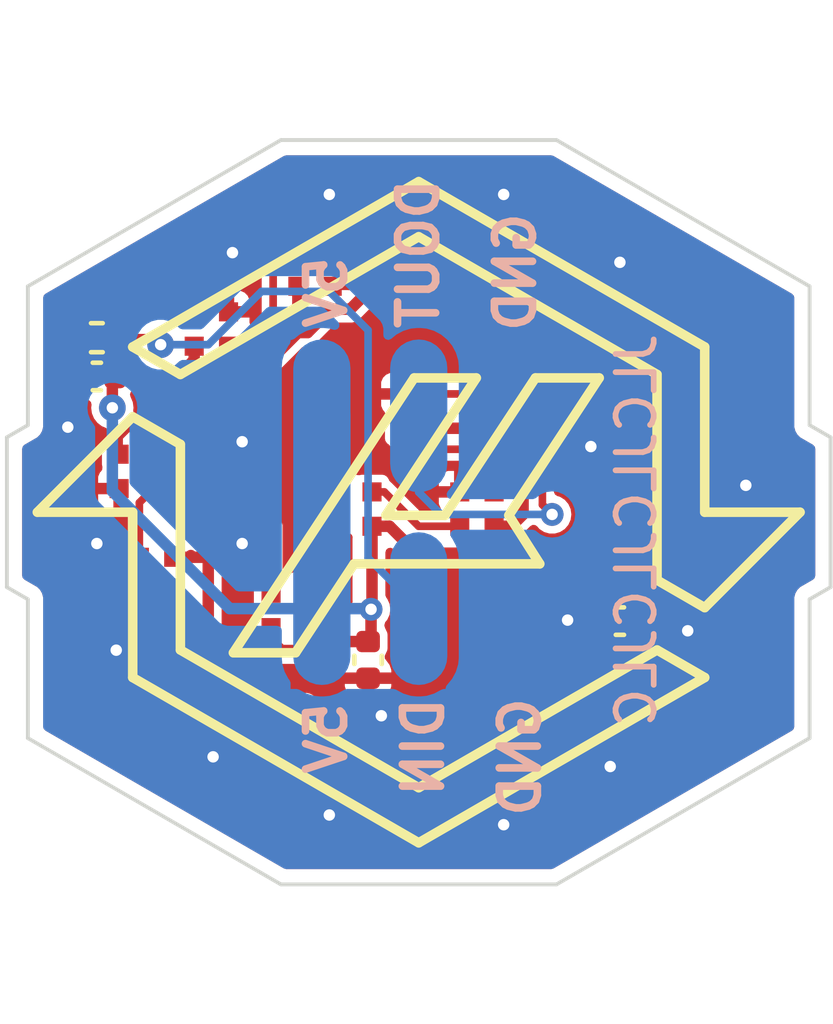
<source format=kicad_pcb>
(kicad_pcb (version 20240108) (generator "pcbnew") (generator_version "8.0")
  (layers (0 "F.Cu" signal) (31 "B.Cu" signal) (34 "B.Paste" user) (35 "F.Paste" user) (36 "B.SilkS" user "B.Silkscreen") (37 "F.SilkS" user "F.Silkscreen") (38 "B.Mask" user) (39 "F.Mask" user) (44 "Edge.Cuts" user))
  (net 0 "")
  (net 1 "+5V")
  (net 2 "GND")
  (net 3 "Net-(D1-DIN)")
  (net 4 "Net-(D1-DOUT)")
  (net 5 "Net-(D2-DOUT)")
  (net 6 "Net-(D3-DOUT)")
  (net 7 "Net-(D4-DOUT)")
  (net 8 "Net-(D5-DOUT)")
  (net 9 "DOUT")
  (net 10 "Net-(D6-DOUT)")
  (net 11 "Net-(D7-DOUT)")
  (net 12 "Net-(D8-DOUT)")
  (net 13 "Net-(D10-DIN)")
  (net 14 "Net-(D10-DOUT)")
  (net 15 "Net-(D11-DOUT)")
  (net 16 "Net-(D12-DOUT)")
  (net 17 "Net-(D13-DOUT)")
  (net 18 "Net-(D14-DOUT)")
  (net 19 "Net-(D15-DOUT)")
  (net 20 "Net-(D16-DOUT)")
  (net 21 "Net-(D17-DOUT)")
  (net 22 "Net-(D18-DOUT)")
  (net 23 "DIN")
  (footprint "SK6805-EC15:SK6805-EC15" (layer "F.Cu") (at 152.204 93.349434 -90)
    (property "Reference" "D3" (hide yes))
    (property "Value" "SK6805-EC15")
    (pad "1" smd rect (at -0.45 0.45) (size 0.5 0.5) (layers "F.Cu" "F.Paste" "F.Mask") (net 5 "Net-(D2-DOUT)"))
    (pad "2" smd rect (at 0.45 0.45) (size 0.5 0.5) (layers "F.Cu" "F.Paste" "F.Mask") (net 1 "+5V"))
    (pad "3" smd rect (at 0.45 -0.45) (size 0.5 0.5) (layers "F.Cu" "F.Paste" "F.Mask") (net 6 "Net-(D3-DOUT)"))
    (pad "4" smd rect (at -0.45 -0.45) (size 0.5 0.5) (layers "F.Cu" "F.Paste" "F.Mask") (net 2 "GND"))
  )
  (footprint "SK6805-EC15:SK6805-EC15" (layer "F.Cu") (at 149.48525 94.919105 -90)
    (property "Reference" "D2" (hide yes))
    (property "Value" "SK6805-EC15")
    (pad "1" smd rect (at -0.45 0.45) (size 0.5 0.5) (layers "F.Cu" "F.Paste" "F.Mask") (net 4 "Net-(D1-DOUT)"))
    (pad "2" smd rect (at 0.45 0.45) (size 0.5 0.5) (layers "F.Cu" "F.Paste" "F.Mask") (net 1 "+5V"))
    (pad "3" smd rect (at 0.45 -0.45) (size 0.5 0.5) (layers "F.Cu" "F.Paste" "F.Mask") (net 5 "Net-(D2-DOUT)"))
    (pad "4" smd rect (at -0.45 -0.45) (size 0.5 0.5) (layers "F.Cu" "F.Paste" "F.Mask") (net 2 "GND"))
  )
  (footprint "SK6805-EC15:SK6805-EC15" (layer "F.Cu") (at 158.17275 96.795493 -90)
    (property "Reference" "D5" (hide yes))
    (property "Value" "SK6805-EC15")
    (pad "1" smd rect (at -0.45 0.45) (size 0.5 0.5) (layers "F.Cu" "F.Paste" "F.Mask") (net 7 "Net-(D4-DOUT)"))
    (pad "2" smd rect (at 0.45 0.45) (size 0.5 0.5) (layers "F.Cu" "F.Paste" "F.Mask") (net 1 "+5V"))
    (pad "3" smd rect (at 0.45 -0.45) (size 0.5 0.5) (layers "F.Cu" "F.Paste" "F.Mask") (net 8 "Net-(D5-DOUT)"))
    (pad "4" smd rect (at -0.45 -0.45) (size 0.5 0.5) (layers "F.Cu" "F.Paste" "F.Mask") (net 2 "GND"))
  )
  (footprint "SK6805-EC15:SK6805-EC15" (layer "F.Cu") (at 148.781837 103.860522 -90)
    (property "Reference" "D15" (hide yes))
    (property "Value" "SK6805-EC15")
    (pad "1" smd rect (at -0.45 0.45) (size 0.5 0.5) (layers "F.Cu" "F.Paste" "F.Mask") (net 18 "Net-(D14-DOUT)"))
    (pad "2" smd rect (at 0.45 0.45) (size 0.5 0.5) (layers "F.Cu" "F.Paste" "F.Mask") (net 1 "+5V"))
    (pad "3" smd rect (at 0.45 -0.45) (size 0.5 0.5) (layers "F.Cu" "F.Paste" "F.Mask") (net 19 "Net-(D15-DOUT)"))
    (pad "4" smd rect (at -0.45 -0.45) (size 0.5 0.5) (layers "F.Cu" "F.Paste" "F.Mask") (net 2 "GND"))
  )
  (footprint "SK6805-EC15:SK6805-EC15" (layer "F.Cu") (at 146.7665 96.488776 -90)
    (property "Reference" "D1" (hide yes))
    (property "Value" "SK6805-EC15")
    (pad "1" smd rect (at -0.45 0.45) (size 0.5 0.5) (layers "F.Cu" "F.Paste" "F.Mask") (net 3 "Net-(D1-DIN)"))
    (pad "2" smd rect (at 0.45 0.45) (size 0.5 0.5) (layers "F.Cu" "F.Paste" "F.Mask") (net 1 "+5V"))
    (pad "3" smd rect (at 0.45 -0.45) (size 0.5 0.5) (layers "F.Cu" "F.Paste" "F.Mask") (net 4 "Net-(D1-DOUT)"))
    (pad "4" smd rect (at -0.45 -0.45) (size 0.5 0.5) (layers "F.Cu" "F.Paste" "F.Mask") (net 2 "GND"))
  )
  (footprint "SK6805-EC15:SK6805-EC15" (layer "F.Cu") (at 152.204 109.226566 90)
    (property "Reference" "D10" (hide yes))
    (property "Value" "SK6805-EC15")
    (pad "1" smd rect (at -0.45 0.45 180) (size 0.5 0.5) (layers "F.Cu" "F.Paste" "F.Mask") (net 13 "Net-(D10-DIN)"))
    (pad "2" smd rect (at 0.45 0.45 180) (size 0.5 0.5) (layers "F.Cu" "F.Paste" "F.Mask") (net 1 "+5V"))
    (pad "3" smd rect (at 0.45 -0.45 180) (size 0.5 0.5) (layers "F.Cu" "F.Paste" "F.Mask") (net 14 "Net-(D10-DOUT)"))
    (pad "4" smd rect (at -0.45 -0.45 180) (size 0.5 0.5) (layers "F.Cu" "F.Paste" "F.Mask") (net 2 "GND"))
  )
  (footprint "SK6805-EC15:SK6805-EC15" (layer "F.Cu") (at 145.329 102.918274 90)
    (property "Reference" "D13" (hide yes))
    (property "Value" "SK6805-EC15")
    (pad "1" smd rect (at -0.45 0.45 180) (size 0.5 0.5) (layers "F.Cu" "F.Paste" "F.Mask") (net 16 "Net-(D12-DOUT)"))
    (pad "2" smd rect (at 0.45 0.45 180) (size 0.5 0.5) (layers "F.Cu" "F.Paste" "F.Mask") (net 1 "+5V"))
    (pad "3" smd rect (at 0.45 -0.45 180) (size 0.5 0.5) (layers "F.Cu" "F.Paste" "F.Mask") (net 17 "Net-(D13-DOUT)"))
    (pad "4" smd rect (at -0.45 -0.45 180) (size 0.5 0.5) (layers "F.Cu" "F.Paste" "F.Mask") (net 2 "GND"))
  )
  (footprint "SK6805-EC15:SK6805-EC15" (layer "F.Cu") (at 144.79775 100.218422 90)
    (property "Reference" "D14" (hide yes))
    (property "Value" "SK6805-EC15")
    (pad "1" smd rect (at -0.45 0.45 180) (size 0.5 0.5) (layers "F.Cu" "F.Paste" "F.Mask") (net 17 "Net-(D13-DOUT)"))
    (pad "2" smd rect (at 0.45 0.45 180) (size 0.5 0.5) (layers "F.Cu" "F.Paste" "F.Mask") (net 1 "+5V"))
    (pad "3" smd rect (at 0.45 -0.45 180) (size 0.5 0.5) (layers "F.Cu" "F.Paste" "F.Mask") (net 18 "Net-(D14-DOUT)"))
    (pad "4" smd rect (at -0.45 -0.45 180) (size 0.5 0.5) (layers "F.Cu" "F.Paste" "F.Mask") (net 2 "GND"))
  )
  (footprint "SK6805-EC15:SK6805-EC15" (layer "F.Cu") (at 146.23525 105.780507 90)
    (property "Reference" "D12" (hide yes))
    (property "Value" "SK6805-EC15")
    (pad "1" smd rect (at -0.45 0.45 180) (size 0.5 0.5) (layers "F.Cu" "F.Paste" "F.Mask") (net 15 "Net-(D11-DOUT)"))
    (pad "2" smd rect (at 0.45 0.45 180) (size 0.5 0.5) (layers "F.Cu" "F.Paste" "F.Mask") (net 1 "+5V"))
    (pad "3" smd rect (at 0.45 -0.45 180) (size 0.5 0.5) (layers "F.Cu" "F.Paste" "F.Mask") (net 16 "Net-(D12-DOUT)"))
    (pad "4" smd rect (at -0.45 -0.45 180) (size 0.5 0.5) (layers "F.Cu" "F.Paste" "F.Mask") (net 2 "GND"))
  )
  (footprint "SK6805-EC15:SK6805-EC15" (layer "F.Cu") (at 159.61025 102.357578 -90)
    (property "Reference" "D7" (hide yes))
    (property "Value" "SK6805-EC15")
    (pad "1" smd rect (at -0.45 0.45) (size 0.5 0.5) (layers "F.Cu" "F.Paste" "F.Mask") (net 10 "Net-(D6-DOUT)"))
    (pad "2" smd rect (at 0.45 0.45) (size 0.5 0.5) (layers "F.Cu" "F.Paste" "F.Mask") (net 1 "+5V"))
    (pad "3" smd rect (at 0.45 -0.45) (size 0.5 0.5) (layers "F.Cu" "F.Paste" "F.Mask") (net 11 "Net-(D7-DOUT)"))
    (pad "4" smd rect (at -0.45 -0.45) (size 0.5 0.5) (layers "F.Cu" "F.Paste" "F.Mask") (net 2 "GND"))
  )
  (footprint "Resistor_SMD:R_0402_1005Metric" (layer "F.Cu") (at 143.764 96.716 180)
    (property "Reference" "R1" (hide yes))
    (property "Value" "470R")
    (fp_line (start -0.153641 0.38) (end 0.153641 0.38) (stroke (width 0.12)) (layer "F.SilkS"))
    (fp_line (start -0.153641 -0.38) (end 0.153641 -0.38) (stroke (width 0.12)) (layer "F.SilkS"))
    (pad "1" smd roundrect (at -0.51 0 180) (size 0.54 0.64) (layers "F.Cu" "F.Paste" "F.Mask") (net 3 "Net-(D1-DIN)"))
    (pad "2" smd roundrect (at 0.51 0 180) (size 0.54 0.64) (layers "F.Cu" "F.Paste" "F.Mask") (net 23 "DIN"))
  )
  (footprint "SK6805-EC15:SK6805-EC15" (layer "F.Cu") (at 154.92275 107.656895 90)
    (property "Reference" "D9" (hide yes))
    (property "Value" "SK6805-EC15")
    (pad "1" smd rect (at -0.45 0.45 180) (size 0.5 0.5) (layers "F.Cu" "F.Paste" "F.Mask") (net 12 "Net-(D8-DOUT)"))
    (pad "2" smd rect (at 0.45 0.45 180) (size 0.5 0.5) (layers "F.Cu" "F.Paste" "F.Mask") (net 1 "+5V"))
    (pad "3" smd rect (at 0.45 -0.45 180) (size 0.5 0.5) (layers "F.Cu" "F.Paste" "F.Mask") (net 13 "Net-(D10-DIN)"))
    (pad "4" smd rect (at -0.45 -0.45 180) (size 0.5 0.5) (layers "F.Cu" "F.Paste" "F.Mask") (net 2 "GND"))
  )
  (footprint "SK6805-EC15:SK6805-EC15" (layer "F.Cu") (at 153.730664 101.206005)
    (property "Reference" "D17" (hide yes))
    (property "Value" "SK6805-EC15")
    (pad "1" smd rect (at -0.45 0.45 90) (size 0.5 0.5) (layers "F.Cu" "F.Paste" "F.Mask") (net 20 "Net-(D16-DOUT)"))
    (pad "2" smd rect (at 0.45 0.45 90) (size 0.5 0.5) (layers "F.Cu" "F.Paste" "F.Mask") (net 1 "+5V"))
    (pad "3" smd rect (at 0.45 -0.45 90) (size 0.5 0.5) (layers "F.Cu" "F.Paste" "F.Mask") (net 21 "Net-(D17-DOUT)"))
    (pad "4" smd rect (at -0.45 -0.45 90) (size 0.5 0.5) (layers "F.Cu" "F.Paste" "F.Mask") (net 2 "GND"))
  )
  (footprint "Capacitor_SMD:C_0402_1005Metric" (layer "F.Cu") (at 143.764 97.732)
    (property "Reference" "C1" (hide yes))
    (property "Value" "100nF")
    (fp_line (start -0.107836 -0.36) (end 0.107836 -0.36) (stroke (width 0.12)) (layer "F.SilkS"))
    (fp_line (start -0.107836 0.36) (end 0.107836 0.36) (stroke (width 0.12)) (layer "F.SilkS"))
    (pad "1" smd roundrect (at -0.48 0) (size 0.56 0.62) (layers "F.Cu" "F.Paste" "F.Mask") (net 2 "GND"))
    (pad "2" smd roundrect (at 0.48 0) (size 0.56 0.62) (layers "F.Cu" "F.Paste" "F.Mask") (net 1 "+5V"))
  )
  (footprint "Capacitor_SMD:C_0402_1005Metric" (layer "F.Cu") (at 157.48 104.14)
    (property "Reference" "C2" (hide yes))
    (property "Value" "100nF")
    (fp_line (start -0.107836 -0.36) (end 0.107836 -0.36) (stroke (width 0.12)) (layer "F.SilkS"))
    (fp_line (start -0.107836 0.36) (end 0.107836 0.36) (stroke (width 0.12)) (layer "F.SilkS"))
    (pad "1" smd roundrect (at -0.48 0) (size 0.56 0.62) (layers "F.Cu" "F.Paste" "F.Mask") (net 2 "GND"))
    (pad "2" smd roundrect (at 0.48 0) (size 0.56 0.62) (layers "F.Cu" "F.Paste" "F.Mask") (net 1 "+5V"))
  )
  (footprint "SK6805-EC15:SK6805-EC15" (layer "F.Cu") (at 150.529357 101.206005)
    (property "Reference" "D16" (hide yes))
    (property "Value" "SK6805-EC15")
    (pad "1" smd rect (at -0.45 0.45 90) (size 0.5 0.5) (layers "F.Cu" "F.Paste" "F.Mask") (net 19 "Net-(D15-DOUT)"))
    (pad "2" smd rect (at 0.45 0.45 90) (size 0.5 0.5) (layers "F.Cu" "F.Paste" "F.Mask") (net 1 "+5V"))
    (pad "3" smd rect (at 0.45 -0.45 90) (size 0.5 0.5) (layers "F.Cu" "F.Paste" "F.Mask") (net 20 "Net-(D16-DOUT)"))
    (pad "4" smd rect (at -0.45 -0.45 90) (size 0.5 0.5) (layers "F.Cu" "F.Paste" "F.Mask") (net 2 "GND"))
  )
  (footprint "SK6805-EC15:SK6805-EC15" (layer "F.Cu") (at 155.329 95.153653 -90)
    (property "Reference" "D4" (hide yes))
    (property "Value" "SK6805-EC15")
    (pad "1" smd rect (at -0.45 0.45) (size 0.5 0.5) (layers "F.Cu" "F.Paste" "F.Mask") (net 6 "Net-(D3-DOUT)"))
    (pad "2" smd rect (at 0.45 0.45) (size 0.5 0.5) (layers "F.Cu" "F.Paste" "F.Mask") (net 1 "+5V"))
    (pad "3" smd rect (at 0.45 -0.45) (size 0.5 0.5) (layers "F.Cu" "F.Paste" "F.Mask") (net 7 "Net-(D4-DOUT)"))
    (pad "4" smd rect (at -0.45 -0.45) (size 0.5 0.5) (layers "F.Cu" "F.Paste" "F.Mask") (net 2 "GND"))
  )
  (footprint "Capacitor_SMD:C_0402_1005Metric" (layer "F.Cu") (at 150.876 105.156 90)
    (property "Reference" "C3" (hide yes))
    (property "Value" "100nF")
    (fp_line (start -0.107836 -0.36) (end 0.107836 -0.36) (stroke (width 0.12)) (layer "F.SilkS"))
    (fp_line (start -0.107836 0.36) (end 0.107836 0.36) (stroke (width 0.12)) (layer "F.SilkS"))
    (pad "1" smd roundrect (at -0.48 0 90) (size 0.56 0.62) (layers "F.Cu" "F.Paste" "F.Mask") (net 2 "GND"))
    (pad "2" smd roundrect (at 0.48 0 90) (size 0.56 0.62) (layers "F.Cu" "F.Paste" "F.Mask") (net 1 "+5V"))
  )
  (footprint "SK6805-EC15:SK6805-EC15" (layer "F.Cu") (at 155.36519 98.639132 -90)
    (property "Reference" "D19" (hide yes))
    (property "Value" "SK6805-EC15")
    (pad "1" smd rect (at -0.45 0.45) (size 0.5 0.5) (layers "F.Cu" "F.Paste" "F.Mask") (net 22 "Net-(D18-DOUT)"))
    (pad "2" smd rect (at 0.45 0.45) (size 0.5 0.5) (layers "F.Cu" "F.Paste" "F.Mask") (net 1 "+5V"))
    (pad "3" smd rect (at 0.45 -0.45) (size 0.5 0.5) (layers "F.Cu" "F.Paste" "F.Mask") (net 9 "DOUT"))
    (pad "4" smd rect (at -0.45 -0.45) (size 0.5 0.5) (layers "F.Cu" "F.Paste" "F.Mask") (net 2 "GND"))
  )
  (footprint "SK6805-EC15:SK6805-EC15" (layer "F.Cu") (at 159.079 99.657726 -90)
    (property "Reference" "D6" (hide yes))
    (property "Value" "SK6805-EC15")
    (pad "1" smd rect (at -0.45 0.45) (size 0.5 0.5) (layers "F.Cu" "F.Paste" "F.Mask") (net 8 "Net-(D5-DOUT)"))
    (pad "2" smd rect (at 0.45 0.45) (size 0.5 0.5) (layers "F.Cu" "F.Paste" "F.Mask") (net 1 "+5V"))
    (pad "3" smd rect (at 0.45 -0.45) (size 0.5 0.5) (layers "F.Cu" "F.Paste" "F.Mask") (net 10 "Net-(D6-DOUT)"))
    (pad "4" smd rect (at -0.45 -0.45) (size 0.5 0.5) (layers "F.Cu" "F.Paste" "F.Mask") (net 2 "GND"))
  )
  (footprint "SK6805-EC15:SK6805-EC15" (layer "F.Cu") (at 149.079 107.422347 90)
    (property "Reference" "D11" (hide yes))
    (property "Value" "SK6805-EC15")
    (pad "1" smd rect (at -0.45 0.45 180) (size 0.5 0.5) (layers "F.Cu" "F.Paste" "F.Mask") (net 14 "Net-(D10-DOUT)"))
    (pad "2" smd rect (at 0.45 0.45 180) (size 0.5 0.5) (layers "F.Cu" "F.Paste" "F.Mask") (net 1 "+5V"))
    (pad "3" smd rect (at 0.45 -0.45 180) (size 0.5 0.5) (layers "F.Cu" "F.Paste" "F.Mask") (net 15 "Net-(D11-DOUT)"))
    (pad "4" smd rect (at -0.45 -0.45 180) (size 0.5 0.5) (layers "F.Cu" "F.Paste" "F.Mask") (net 2 "GND"))
  )
  (footprint "SK6805-EC15:SK6805-EC15" (layer "F.Cu") (at 152.219165 98.639132)
    (property "Reference" "D18" (hide yes))
    (property "Value" "SK6805-EC15")
    (pad "1" smd rect (at -0.45 0.45 90) (size 0.5 0.5) (layers "F.Cu" "F.Paste" "F.Mask") (net 21 "Net-(D17-DOUT)"))
    (pad "2" smd rect (at 0.45 0.45 90) (size 0.5 0.5) (layers "F.Cu" "F.Paste" "F.Mask") (net 1 "+5V"))
    (pad "3" smd rect (at 0.45 -0.45 90) (size 0.5 0.5) (layers "F.Cu" "F.Paste" "F.Mask") (net 22 "Net-(D18-DOUT)"))
    (pad "4" smd rect (at -0.45 -0.45 90) (size 0.5 0.5) (layers "F.Cu" "F.Paste" "F.Mask") (net 2 "GND"))
  )
  (footprint "SK6805-EC15:SK6805-EC15" (layer "F.Cu") (at 157.6415 106.087224 90)
    (property "Reference" "D8" (hide yes))
    (property "Value" "SK6805-EC15")
    (pad "1" smd rect (at -0.45 0.45 180) (size 0.5 0.5) (layers "F.Cu" "F.Paste" "F.Mask") (net 11 "Net-(D7-DOUT)"))
    (pad "2" smd rect (at 0.45 0.45 180) (size 0.5 0.5) (layers "F.Cu" "F.Paste" "F.Mask") (net 1 "+5V"))
    (pad "3" smd rect (at 0.45 -0.45 180) (size 0.5 0.5) (layers "F.Cu" "F.Paste" "F.Mask") (net 12 "Net-(D8-DOUT)"))
    (pad "4" smd rect (at -0.45 -0.45 180) (size 0.5 0.5) (layers "F.Cu" "F.Paste" "F.Mask") (net 2 "GND"))
  )
  (footprint "Connector_PinHeader_2.54mm:PinHeader_2x03_P2.54mm_Vertical_SMD" (layer "B.Cu") (at 152.204 101.288 -90)
    (property "Reference" "J1" (hide yes))
    (property "Value" "Conn_02x03_Counter_Clockwise")
    (pad "1" smd roundrect (at -2.525 2.54 270) (size 4 1.5) (layers "B.Cu" "B.Paste" "B.Mask") (roundrect_rratio 0.5) (net 1 "+5V"))
    (pad "2" smd roundrect (at -2.525 0 270) (size 4 1.5) (layers "B.Cu" "B.Paste" "B.Mask") (roundrect_rratio 0.5) (net 9 "DOUT"))
    (pad "3" smd roundrect (at -2.525 -2.54 270) (size 4 1.5) (layers "B.Cu" "B.Paste" "B.Mask") (roundrect_rratio 0.5) (net 2 "GND"))
    (pad "4" smd roundrect (at 2.525 -2.54 270) (size 4 1.5) (layers "B.Cu" "B.Paste" "B.Mask") (roundrect_rratio 0.5) (net 2 "GND"))
    (pad "5" smd roundrect (at 2.525 0 270) (size 4 1.5) (layers "B.Cu" "B.Paste" "B.Mask") (roundrect_rratio 0.5) (net 23 "DIN"))
    (pad "6" smd roundrect (at 2.525 2.54 270) (size 4 1.5) (layers "B.Cu" "B.Paste" "B.Mask") (roundrect_rratio 0.5) (net 1 "+5V"))
  )
  (gr_line (start 144.704 96.957873) (end 152.204 92.627746) (stroke (width 0.25)) (layer "F.SilkS"))
  (gr_line (start 152.894086 101.370005) (end 151.344098 101.370005) (stroke (width 0.25)) (layer "F.SilkS"))
  (gr_line (start 159.704 96.957873) (end 159.704 101.288) (stroke (width 0.25)) (layer "F.SilkS"))
  (gr_line (start 153.714049 97.769961) (end 152.084568 97.769961) (stroke (width 0.25)) (layer "F.SilkS"))
  (gr_line (start 152.084568 97.769961) (end 147.344626 104.970038) (stroke (width 0.25)) (layer "F.SilkS"))
  (gr_line (start 162.204 101.288) (end 159.704 103.788) (stroke (width 0.25)) (layer "F.SilkS"))
  (gr_line (start 144.704 98.788) (end 145.954 99.509688) (stroke (width 0.25)) (layer "F.SilkS"))
  (gr_line (start 147.344626 104.970038) (end 148.974127 104.970039) (stroke (width 0.25)) (layer "F.SilkS"))
  (gr_line (start 156.937143 97.769961) (end 155.264106 97.769961) (stroke (width 0.25)) (layer "F.SilkS"))
  (gr_line (start 159.704 101.288) (end 162.204 101.288) (stroke (width 0.25)) (layer "F.SilkS"))
  (gr_line (start 144.704 105.618127) (end 144.704 101.288) (stroke (width 0.25)) (layer "F.SilkS"))
  (gr_line (start 158.454 97.679561) (end 152.204 94.071122) (stroke (width 0.25)) (layer "F.SilkS"))
  (gr_line (start 158.454 103.066312) (end 158.454 97.679561) (stroke (width 0.25)) (layer "F.SilkS"))
  (gr_line (start 148.974127 104.970039) (end 150.50756 102.640726) (stroke (width 0.25)) (layer "F.SilkS"))
  (gr_line (start 159.704 105.618127) (end 152.204 109.948254) (stroke (width 0.25)) (layer "F.SilkS"))
  (gr_line (start 145.954 99.509688) (end 145.954 104.896439) (stroke (width 0.25)) (layer "F.SilkS"))
  (gr_line (start 154.567221 101.370005) (end 156.937143 97.769961) (stroke (width 0.25)) (layer "F.SilkS"))
  (gr_line (start 159.704 103.788) (end 158.454 103.066312) (stroke (width 0.25)) (layer "F.SilkS"))
  (gr_line (start 142.204 101.288) (end 144.704 98.788) (stroke (width 0.25)) (layer "F.SilkS"))
  (gr_line (start 145.954 104.896439) (end 152.204 108.504878) (stroke (width 0.25)) (layer "F.SilkS"))
  (gr_line (start 152.204 109.948254) (end 144.704 105.618127) (stroke (width 0.25)) (layer "F.SilkS"))
  (gr_line (start 152.204 94.071122) (end 145.954 97.679561) (stroke (width 0.25)) (layer "F.SilkS"))
  (gr_line (start 152.204 108.504878) (end 158.454 104.896439) (stroke (width 0.25)) (layer "F.SilkS"))
  (gr_line (start 152.204 92.627746) (end 159.704 96.957873) (stroke (width 0.25)) (layer "F.SilkS"))
  (gr_line (start 155.264106 97.769961) (end 152.894086 101.370005) (stroke (width 0.25)) (layer "F.SilkS"))
  (gr_line (start 144.704 101.288) (end 142.204 101.288) (stroke (width 0.25)) (layer "F.SilkS"))
  (gr_line (start 145.954 97.679561) (end 144.704 96.957873) (stroke (width 0.25)) (layer "F.SilkS"))
  (gr_line (start 155.378315 102.640726) (end 154.567221 101.370005) (stroke (width 0.25)) (layer "F.SilkS"))
  (gr_line (start 151.344098 101.370005) (end 153.714049 97.769961) (stroke (width 0.25)) (layer "F.SilkS"))
  (gr_line (start 158.454 104.896439) (end 159.704 105.618127) (stroke (width 0.25)) (layer "F.SilkS"))
  (gr_line (start 150.50756 102.640726) (end 155.378315 102.640726) (stroke (width 0.25)) (layer "F.SilkS"))
  (gr_line (start 162.454 99.007466) (end 162.454 95.37016) (stroke (width 0.1)) (layer "Edge.Cuts"))
  (gr_line (start 148.591495 91.538) (end 141.954 95.37016) (stroke (width 0.1)) (layer "Edge.Cuts"))
  (gr_line (start 141.954 107.20584) (end 148.591495 111.038) (stroke (width 0.1)) (layer "Edge.Cuts"))
  (gr_line (start 162.454 103.568534) (end 163.004 103.250991) (stroke (width 0.1)) (layer "Edge.Cuts"))
  (gr_line (start 141.954 95.37016) (end 141.954 99.007466) (stroke (width 0.1)) (layer "Edge.Cuts"))
  (gr_line (start 155.816505 91.538) (end 148.591495 91.538) (stroke (width 0.1)) (layer "Edge.Cuts"))
  (gr_line (start 141.954 103.568534) (end 141.954 107.20584) (stroke (width 0.1)) (layer "Edge.Cuts"))
  (gr_line (start 141.404 103.250991) (end 141.954 103.568534) (stroke (width 0.1)) (layer "Edge.Cuts"))
  (gr_line (start 141.404 99.325009) (end 141.404 103.250991) (stroke (width 0.1)) (layer "Edge.Cuts"))
  (gr_line (start 163.004 99.325009) (end 162.454 99.007466) (stroke (width 0.1)) (layer "Edge.Cuts"))
  (gr_line (start 163.004 103.250991) (end 163.004 99.325009) (stroke (width 0.1)) (layer "Edge.Cuts"))
  (gr_line (start 162.454 95.37016) (end 155.816505 91.538) (stroke (width 0.1)) (layer "Edge.Cuts"))
  (gr_line (start 155.816505 111.038) (end 162.454 107.20584) (stroke (width 0.1)) (layer "Edge.Cuts"))
  (gr_line (start 148.591495 111.038) (end 155.816505 111.038) (stroke (width 0.1)) (layer "Edge.Cuts"))
  (gr_line (start 141.954 99.007466) (end 141.404 99.325009) (stroke (width 0.1)) (layer "Edge.Cuts"))
  (gr_line (start 162.454 107.20584) (end 162.454 103.568534) (stroke (width 0.1)) (layer "Edge.Cuts"))
  (gr_text "DIN" (at 152.908 106.045 90) (layer "B.SilkS") (effects (font (size 1 1) (thickness 0.2) (bold yes)) (justify left bottom mirror)))
  (gr_text "JLCJLCJLCJLC" (at 158.496 96.52 90) (layer "B.SilkS") (effects (font (size 1 1)) (justify left bottom mirror)))
  (gr_text "5V" (at 150.368 106.172 90) (layer "B.SilkS") (effects (font (size 1 1) (thickness 0.2) (bold yes)) (justify left bottom mirror)))
  (gr_text "GND" (at 155.448 106.045 90) (layer "B.SilkS") (effects (font (size 1 1) (thickness 0.2) (bold yes)) (justify left bottom mirror)))
  (gr_text "GND" (at 155.321 93.345 90) (layer "B.SilkS") (effects (font (size 1 1) (thickness 0.2) (bold yes)) (justify left bottom mirror)))
  (gr_text "5V" (at 150.368 94.488 90) (layer "B.SilkS") (effects (font (size 1 1) (thickness 0.2) (bold yes)) (justify left bottom mirror)))
  (gr_text "DOUT" (at 152.781 92.456 90) (layer "B.SilkS") (effects (font (size 1 1) (thickness 0.2) (bold yes)) (justify left bottom mirror)))
  (segment (start 154.081653 95.153653) (end 154.531653 95.603653) (width 0.3) (layer "F.Cu") (net 1))
  (segment (start 150.954001 103.831435) (end 150.954001 104.569999) (width 0.3) (layer "F.Cu") (net 1))
  (segment (start 149.902895 95.969105) (end 150.410895 95.969105) (width 0.3) (layer "F.Cu") (net 1))
  (segment (start 154.531653 95.603653) (end 154.879 95.603653) (width 0.3) (layer "F.Cu") (net 1))
  (segment (start 144.244 97.732) (end 145.523276 97.732) (width 0.3) (layer "F.Cu") (net 1))
  (segment (start 149.28925 96.58275) (end 149.902895 95.969105) (width 0.3) (layer "F.Cu") (net 1))
  (segment (start 154.879 95.603653) (end 154.879 96.053653) (width 0.3) (layer "F.Cu") (net 1))
  (segment (start 158.179 100.533326) (end 158.1912 100.545526) (width 0.3) (layer "F.Cu") (net 1))
  (segment (start 144.1704 98.552) (end 144.1704 97.8056) (width 0.3) (layer "F.Cu") (net 1))
  (segment (start 159.16025 102.807578) (end 159.16025 103.22175) (width 0.3) (layer "F.Cu") (net 1))
  (segment (start 150.954001 103.831435) (end 150.979357 103.806079) (width 0.3) (layer "F.Cu") (net 1))
  (segment (start 146.3165 97.300138) (end 146.3165 96.938776) (width 0.3) (layer "F.Cu") (net 1))
  (segment (start 149.529 106.672347) (end 149.229 106.372347) (width 0.3) (layer "F.Cu") (net 1))
  (segment (start 158.0915 105.0843) (end 158.0915 105.637224) (width 0.3) (layer "F.Cu") (net 1))
  (segment (start 145.523276 97.732) (end 145.884638 97.732) (width 0.3) (layer "F.Cu") (net 1))
  (segment (start 158.179 100.107726) (end 158.179 100.533326) (width 0.3) (layer "F.Cu") (net 1))
  (segment (start 154.94 100.33) (end 154.94 101.346) (width 0.3) (layer "F.Cu") (net 1))
  (segment (start 149.229 106.372347) (end 148.665396 106.372347) (width 0.3) (layer "F.Cu") (net 1))
  (segment (start 146.68525 102.48925) (end 146.664274 102.468274) (width 0.3) (layer "F.Cu") (net 1))
  (segment (start 158.71025 102.807578) (end 159.16025 102.807578) (width 0.3) (layer "F.Cu") (net 1))
  (segment (start 158.179 100.107726) (end 158.629 100.107726) (width 0.3) (layer "F.Cu") (net 1))
  (segment (start 148.598522 104.910522) (end 148.331837 104.643837) (width 0.3) (layer "F.Cu") (net 1))
  (segment (start 151.754 93.799434) (end 151.754 94.099434) (width 0.3) (layer "F.Cu") (net 1))
  (segment (start 156.826724 104.902) (end 155.37275 106.355974) (width 0.3) (layer "F.Cu") (net 1))
  (segment (start 152.654 107.925645) (end 151.539475 107.925645) (width 0.3) (layer "F.Cu") (net 1))
  (segment (start 146.664274 102.468274) (end 146.229 102.468274) (width 0.3) (layer "F.Cu") (net 1))
  (segment (start 145.79775 99.768422) (end 145.950664 99.921336) (width 0.3) (layer "F.Cu") (net 1))
  (segment (start 157.9092 104.902) (end 157.96 104.9528) (width 0.3) (layer "F.Cu") (net 1))
  (segment (start 157.72275 99.651476) (end 158.179 100.107726) (width 0.3) (layer "F.Cu") (net 1))
  (segment (start 150.954001 104.569999) (end 150.848 104.676) (width 0.3) (layer "F.Cu") (net 1))
  (segment (start 158.242 104.14) (end 157.96 104.14) (width 0.3) (layer "F.Cu") (net 1))
  (segment (start 147.886 97.732) (end 149.03525 96.58275) (width 0.3) (layer "F.Cu") (net 1))
  (segment (start 151.980566 94.399434) (end 151.754 94.626) (width 0.3) (layer "F.Cu") (net 1))
  (segment (start 150.979357 103.806079) (end 150.979357 101.656005) (width 0.3) (layer "F.Cu") (net 1))
  (segment (start 157.96 104.14) (end 157.96 104.648) (width 0.3) (layer "F.Cu") (net 1))
  (segment (start 150.848 104.676) (end 149.952755 104.676) (width 0.3) (layer "F.Cu") (net 1))
  (segment (start 154.91519 99.089132) (end 154.91519 100.35481) (width 0.3) (layer "F.Cu") (net 1))
  (segment (start 154.879 96.053653) (end 155.091347 96.266) (width 0.3) (layer "F.Cu") (net 1))
  (segment (start 146.229 102.468274) (end 145.779 102.468274) (width 0.3) (layer "F.Cu") (net 1))
  (segment (start 149.03525 96.58275) (end 149.28925 96.58275) (width 0.3) (layer "F.Cu") (net 1))
  (segment (start 157.189493 97.245493) (end 157.72275 97.245493) (width 0.3) (layer "F.Cu") (net 1))
  (segment (start 147.623556 105.330507) (end 146.68525 105.330507) (width 0.3) (layer "F.Cu") (net 1))
  (segment (start 155.091347 96.266) (end 156.21 96.266) (width 0.3) (layer "F.Cu") (net 1))
  (segment (start 152.669165 99.089132) (end 153.699132 99.089132) (width 0.3) (layer "F.Cu") (net 1))
  (segment (start 149.03525 96.58275) (end 149.03525 95.369105) (width 0.3) (layer "F.Cu") (net 1))
  (segment (start 152.054 94.399434) (end 151.980566 94.399434) (width 0.3) (layer "F.Cu") (net 1))
  (segment (start 157.706 104.902) (end 157.9092 104.902) (width 0.3) (layer "F.Cu") (net 1))
  (segment (start 152.678355 107.925645) (end 152.654 107.925645) (width 0.3) (layer "F.Cu") (net 1))
  (segment (start 158.179 100.557726) (end 158.179 102.276328) (width 0.3) (layer "F.Cu") (net 1))
  (segment (start 145.24775 99.768422) (end 145.79775 99.768422) (width 0.3) (layer "F.Cu") (net 1))
  (segment (start 155.121829 106.606895) (end 153.997105 106.606895) (width 0.3) (layer "F.Cu") (net 1))
  (segment (start 149.718233 104.910522) (end 148.598522 104.910522) (width 0.3) (layer "F.Cu") (net 1))
  (segment (start 148.665396 106.372347) (end 147.623556 105.330507) (width 0.3) (layer "F.Cu") (net 1))
  (segment (start 150.586177 106.972347) (end 149.529 106.972347) (width 0.3) (layer "F.Cu") (net 1))
  (segment (start 152.654 107.925645) (end 152.654 108.776566) (width 0.3) (layer "F.Cu") (net 1))
  (segment (start 156.21 96.266) (end 157.189493 97.245493) (width 0.3) (layer "F.Cu") (net 1))
  (segment (start 158.179 102.276328) (end 158.71025 102.807578) (width 0.3) (layer "F.Cu") (net 1))
  (segment (start 151.754 94.626) (end 151.754 93.799434) (width 0.3) (layer "F.Cu") (net 1))
  (segment (start 155.37275 106.857816) (end 155.37275 107.206895) (width 0.3) (layer "F.Cu") (net 1))
  (segment (start 152.553038 94.399434) (end 153.307257 95.153653) (width 0.3) (layer "F.Cu") (net 1))
  (segment (start 151.440005 101.656005) (end 152.146 102.362) (width 0.3) (layer "F.Cu") (net 1))
  (segment (start 148.331837 104.643837) (end 148.331837 104.310522) (width 0.3) (layer "F.Cu") (net 1))
  (segment (start 155.37275 106.355974) (end 155.37275 107.206895) (width 0.3) (layer "F.Cu") (net 1))
  (segment (start 153.774669 102.362) (end 154.180664 101.956005) (width 0.3) (layer "F.Cu") (net 1))
  (segment (start 157.72275 97.245493) (end 157.72275 99.651476) (width 0.3) (layer "F.Cu") (net 1))
  (segment (start 145.950664 101.232164) (end 146.68525 101.96675) (width 0.3) (layer "F.Cu") (net 1))
  (segment (start 145.950664 99.921336) (end 145.950664 101.232164) (width 0.3) (layer "F.Cu") (net 1))
  (segment (start 158.629 100.107726) (end 158.1912 100.545526) (width 0.3) (layer "F.Cu") (net 1))
  (segment (start 155.121829 106.606895) (end 155.37275 106.857816) (width 0.3) (layer "F.Cu") (net 1))
  (segment (start 144.1704 97.8056) (end 144.244 97.732) (width 0.3) (layer "F.Cu") (net 1))
  (segment (start 145.523276 97.732) (end 147.886 97.732) (width 0.3) (layer "F.Cu") (net 1))
  (segment (start 154.94 101.346) (end 154.629995 101.656005) (width 0.3) (layer "F.Cu") (net 1))
  (segment (start 151.754 94.099434) (end 152.054 94.399434) (width 0.3) (layer "F.Cu") (net 1))
  (segment (start 157.96 104.648) (end 157.706 104.902) (width 0.3) (layer "F.Cu") (net 1))
  (segment (start 157.706 104.902) (end 156.826724 104.902) (width 0.3) (layer "F.Cu") (net 1))
  (segment (start 149.529 106.972347) (end 149.529 106.672347) (width 0.3) (layer "F.Cu") (net 1))
  (segment (start 145.884638 97.732) (end 146.3165 97.300138) (width 0.3) (layer "F.Cu") (net 1))
  (segment (start 150.410895 95.969105) (end 151.754 94.626) (width 0.3) (layer "F.Cu") (net 1))
  (segment (start 149.952755 104.676) (end 149.718233 104.910522) (width 0.3) (layer "F.Cu") (net 1))
  (segment (start 157.96 104.9528) (end 158.0915 105.0843) (width 0.3) (layer "F.Cu") (net 1))
  (segment (start 155.37275 106.355974) (end 155.121829 106.606895) (width 0.3) (layer "F.Cu") (net 1))
  (segment (start 158.1912 100.545526) (end 158.179 100.557726) (width 0.3) (layer "F.Cu") (net 1))
  (segment (start 153.699132 99.089132) (end 154.94 100.33) (width 0.3) (layer "F.Cu") (net 1))
  (segment (start 150.979357 101.656005) (end 151.440005 101.656005) (width 0.3) (layer "F.Cu") (net 1))
  (segment (start 146.229 102.423) (end 146.229 102.468274) (width 0.3) (layer "F.Cu") (net 1))
  (segment (start 146.68525 102.48925) (end 146.68525 101.96675) (width 0.3) (layer "F.Cu") (net 1))
  (segment (start 157.96 104.14) (end 157.96 104.9528) (width 0.3) (layer "F.Cu") (net 1))
  (segment (start 153.307257 95.153653) (end 154.081653 95.153653) (width 0.3) (layer "F.Cu") (net 1))
  (segment (start 152.054 94.399434) (end 152.553038 94.399434) (width 0.3) (layer "F.Cu") (net 1))
  (segment (start 154.180664 101.956005) (end 154.180664 101.656005) (width 0.3) (layer "F.Cu") (net 1))
  (segment (start 153.997105 106.606895) (end 152.678355 107.925645) (width 0.3) (layer "F.Cu") (net 1))
  (segment (start 159.16025 103.22175) (end 158.242 104.14) (width 0.3) (layer "F.Cu") (net 1))
  (segment (start 152.146 102.362) (end 153.774669 102.362) (width 0.3) (layer "F.Cu") (net 1))
  (segment (start 146.68525 105.330507) (end 146.68525 102.48925) (width 0.3) (layer "F.Cu") (net 1))
  (segment (start 154.629995 101.656005) (end 154.180664 101.656005) (width 0.3) (layer "F.Cu") (net 1))
  (segment (start 154.91519 100.35481) (end 154.94 100.33) (width 0.3) (layer "F.Cu") (net 1))
  (segment (start 151.539475 107.925645) (end 150.586177 106.972347) (width 0.3) (layer "F.Cu") (net 1))
  (via (at 150.954001 103.831435) (size 0.6) (drill 0.3) (layers "F.Cu" "B.Cu") (net 1))
  (via (at 144.1704 98.552) (size 0.7) (drill 0.3) (layers "F.Cu" "B.Cu") (net 1))
  (segment (start 144.1704 100.7364) (end 147.247 103.813) (width 0.3) (layer "B.Cu") (net 1))
  (segment (start 149.664 98.763) (end 149.664 103.813) (width 1.5) (layer "B.Cu") (net 1))
  (segment (start 144.1704 98.552) (end 144.1704 100.7364) (width 0.3) (layer "B.Cu") (net 1))
  (segment (start 150.954001 103.831435) (end 150.935566 103.813) (width 0.3) (layer "B.Cu") (net 1))
  (segment (start 147.247 103.813) (end 149.664 103.813) (width 0.3) (layer "B.Cu") (net 1))
  (segment (start 150.935566 103.813) (end 149.664 103.813) (width 0.3) (layer "B.Cu") (net 1))
  (via (at 147.32 94.488) (size 0.7) (drill 0.3) (layers "F.Cu" "B.Cu") (net 2))
  (via (at 151.223707 106.619927) (size 0.7) (drill 0.3) (layers "F.Cu" "B.Cu") (net 2))
  (via (at 154.432 92.964) (size 0.7) (drill 0.3) (layers "F.Cu" "B.Cu") (net 2))
  (via (at 144.272 104.902) (size 0.7) (drill 0.3) (layers "F.Cu" "B.Cu") (net 2))
  (via (at 159.258 104.394) (size 0.7) (drill 0.3) (layers "F.Cu" "B.Cu") (net 2))
  (via (at 146.812 107.696) (size 0.7) (drill 0.3) (layers "F.Cu" "B.Cu") (net 2))
  (via (at 160.782 100.584) (size 0.7) (drill 0.3) (layers "F.Cu" "B.Cu") (net 2))
  (via (at 147.574 99.441) (size 0.7) (drill 0.3) (layers "F.Cu" "B.Cu") (net 2))
  (via (at 156.718 99.568) (size 0.7) (drill 0.3) (layers "F.Cu" "B.Cu") (net 2))
  (via (at 143.764 102.108) (size 0.7) (drill 0.3) (layers "F.Cu" "B.Cu") (net 2))
  (via (at 149.86 109.22) (size 0.7) (drill 0.3) (layers "F.Cu" "B.Cu") (net 2))
  (via (at 156.1084 104.1146) (size 0.7) (drill 0.3) (layers "F.Cu" "B.Cu") (net 2))
  (via (at 157.226 107.95) (size 0.7) (drill 0.3) (layers "F.Cu" "B.Cu") (net 2))
  (via (at 143.002 99.06) (size 0.7) (drill 0.3) (layers "F.Cu" "B.Cu") (net 2))
  (via (at 147.574 102.108) (size 0.6) (drill 0.3) (layers "F.Cu" "B.Cu") (net 2))
  (via (at 154.432 109.474) (size 0.7) (drill 0.3) (layers "F.Cu" "B.Cu") (net 2))
  (via (at 157.48 94.742) (size 0.7) (drill 0.3) (layers "F.Cu" "B.Cu") (net 2))
  (via (at 149.86 92.964) (size 0.7) (drill 0.3) (layers "F.Cu" "B.Cu") (net 2))
  (segment (start 146.3165 96.038776) (end 143.610224 96.038776) (width 0.2) (layer "F.Cu") (net 3))
  (segment (start 143.254 96.395) (end 143.254 96.716) (width 0.2) (layer "F.Cu") (net 3))
  (segment (start 143.610224 96.038776) (end 143.254 96.395) (width 0.2) (layer "F.Cu") (net 3))
  (segment (start 148.558095 94.469105) (end 149.03525 94.469105) (width 0.2) (layer "F.Cu") (net 4))
  (segment (start 147.866424 96.938776) (end 148.3868 96.4184) (width 0.2) (layer "F.Cu") (net 4))
  (segment (start 148.3868 94.6404) (end 148.558095 94.469105) (width 0.2) (layer "F.Cu") (net 4))
  (segment (start 148.3868 96.4184) (end 148.3868 94.6404) (width 0.2) (layer "F.Cu") (net 4))
  (segment (start 147.2165 96.938776) (end 147.866424 96.938776) (width 0.2) (layer "F.Cu") (net 4))
  (segment (start 151.1046 93.0402) (end 151.245366 92.899434) (width 0.2) (layer "F.Cu") (net 5))
  (segment (start 151.1046 94.639004) (end 151.1046 93.0402) (width 0.2) (layer "F.Cu") (net 5))
  (segment (start 151.245366 92.899434) (end 151.754 92.899434) (width 0.2) (layer "F.Cu") (net 5))
  (segment (start 150.374499 95.369105) (end 151.1046 94.639004) (width 0.2) (layer "F.Cu") (net 5))
  (segment (start 149.93525 95.369105) (end 150.374499 95.369105) (width 0.2) (layer "F.Cu") (net 5))
  (segment (start 152.654 93.799434) (end 152.654 93.864) (width 0.2) (layer "F.Cu") (net 6))
  (segment (start 153.493653 94.703653) (end 154.879 94.703653) (width 0.2) (layer "F.Cu") (net 6))
  (segment (start 152.654 93.864) (end 153.493653 94.703653) (width 0.2) (layer "F.Cu") (net 6))
  (segment (start 156.98091 95.603653) (end 157.72275 96.345493) (width 0.2) (layer "F.Cu") (net 7))
  (segment (start 155.779 95.603653) (end 156.98091 95.603653) (width 0.2) (layer "F.Cu") (net 7))
  (segment (start 158.62275 97.245493) (end 158.62275 99.201476) (width 0.2) (layer "F.Cu") (net 8))
  (segment (start 158.62275 99.201476) (end 158.629 99.207726) (width 0.2) (layer "F.Cu") (net 8))
  (segment (start 155.702 101.346) (end 155.448 101.092) (width 0.2) (layer "F.Cu") (net 9))
  (segment (start 155.448 101.092) (end 155.448 99.456322) (width 0.2) (layer "F.Cu") (net 9))
  (segment (start 155.448 99.456322) (end 155.81519 99.089132) (width 0.2) (layer "F.Cu") (net 9))
  (via (at 155.702 101.346) (size 0.6) (drill 0.3) (layers "F.Cu" "B.Cu") (net 9))
  (segment (start 155.702 101.346) (end 152.787001 101.346) (width 0.2) (layer "B.Cu") (net 9))
  (segment (start 152.204 100.762999) (end 152.204 98.763) (width 0.2) (layer "B.Cu") (net 9))
  (segment (start 152.787001 101.346) (end 152.204 100.762999) (width 0.2) (layer "B.Cu") (net 9))
  (segment (start 159.529 100.107726) (end 159.529 101.538828) (width 0.2) (layer "F.Cu") (net 10))
  (segment (start 159.529 101.538828) (end 159.16025 101.907578) (width 0.2) (layer "F.Cu") (net 10))
  (segment (start 160.06025 104.768474) (end 158.2915 106.537224) (width 0.2) (layer "F.Cu") (net 11))
  (segment (start 160.06025 102.807578) (end 160.06025 104.768474) (width 0.2) (layer "F.Cu") (net 11))
  (segment (start 158.2915 106.537224) (end 158.0915 106.537224) (width 0.2) (layer "F.Cu") (net 11))
  (segment (start 156.744776 105.637224) (end 155.956 106.426) (width 0.2) (layer "F.Cu") (net 12))
  (segment (start 155.57275 108.106895) (end 155.37275 108.106895) (width 0.2) (layer "F.Cu") (net 12))
  (segment (start 155.956 107.723645) (end 155.57275 108.106895) (width 0.2) (layer "F.Cu") (net 12))
  (segment (start 155.956 106.426) (end 155.956 107.723645) (width 0.2) (layer "F.Cu") (net 12))
  (segment (start 157.1915 105.637224) (end 156.744776 105.637224) (width 0.2) (layer "F.Cu") (net 12))
  (segment (start 152.854 109.676566) (end 152.654 109.676566) (width 0.2) (layer "F.Cu") (net 13))
  (segment (start 153.204 108.036396) (end 153.204 109.326566) (width 0.2) (layer "F.Cu") (net 13))
  (segment (start 154.47275 107.206895) (end 154.033501 107.206895) (width 0.2) (layer "F.Cu") (net 13))
  (segment (start 153.204 109.326566) (end 152.854 109.676566) (width 0.2) (layer "F.Cu") (net 13))
  (segment (start 154.033501 107.206895) (end 153.204 108.036396) (width 0.2) (layer "F.Cu") (net 13))
  (segment (start 150.849781 107.872347) (end 149.529 107.872347) (width 0.2) (layer "F.Cu") (net 14))
  (segment (start 151.754 108.776566) (end 150.849781 107.872347) (width 0.2) (layer "F.Cu") (net 14))
  (segment (start 147.88716 106.230507) (end 146.68525 106.230507) (width 0.2) (layer "F.Cu") (net 15))
  (segment (start 148.629 106.972347) (end 147.88716 106.230507) (width 0.2) (layer "F.Cu") (net 15))
  (segment (start 145.78525 105.330507) (end 145.78525 103.374524) (width 0.2) (layer "F.Cu") (net 16))
  (segment (start 145.78525 103.374524) (end 145.779 103.368274) (width 0.2) (layer "F.Cu") (net 16))
  (segment (start 144.879 102.468274) (end 144.879 101.037172) (width 0.2) (layer "F.Cu") (net 17))
  (segment (start 144.879 101.037172) (end 145.24775 100.668422) (width 0.2) (layer "F.Cu") (net 17))
  (segment (start 144.606172 99.06) (end 145.725724 99.06) (width 0.2) (layer "F.Cu") (net 18))
  (segment (start 148.331837 101.666113) (end 148.331837 103.410522) (width 0.2) (layer "F.Cu") (net 18))
  (segment (start 145.725724 99.06) (end 148.331837 101.666113) (width 0.2) (layer "F.Cu") (net 18))
  (segment (start 144.34775 99.318422) (end 144.606172 99.06) (width 0.2) (layer "F.Cu") (net 18))
  (segment (start 144.34775 99.768422) (end 144.34775 99.318422) (width 0.2) (layer "F.Cu") (net 18))
  (segment (start 149.231837 104.310522) (end 149.681837 104.310522) (width 0.2) (layer "F.Cu") (net 19))
  (segment (start 150.368 103.624359) (end 150.368 101.944648) (width 0.2) (layer "F.Cu") (net 19))
  (segment (start 149.681837 104.310522) (end 150.368 103.624359) (width 0.2) (layer "F.Cu") (net 19))
  (segment (start 150.368 101.944648) (end 150.079357 101.656005) (width 0.2) (layer "F.Cu") (net 19))
  (segment (start 152.202005 101.656005) (end 153.280664 101.656005) (width 0.2) (layer "F.Cu") (net 20))
  (segment (start 151.302005 100.756005) (end 152.202005 101.656005) (width 0.2) (layer "F.Cu") (net 20))
  (segment (start 150.979357 100.756005) (end 151.302005 100.756005) (width 0.2) (layer "F.Cu") (net 20))
  (segment (start 151.769165 99.539132) (end 151.769165 99.089132) (width 0.2) (layer "F.Cu") (net 21))
  (segment (start 153.487132 99.639132) (end 151.869165 99.639132) (width 0.2) (layer "F.Cu") (net 21))
  (segment (start 154.180664 100.332664) (end 153.487132 99.639132) (width 0.2) (layer "F.Cu") (net 21))
  (segment (start 151.869165 99.639132) (end 151.769165 99.539132) (width 0.2) (layer "F.Cu") (net 21))
  (segment (start 154.180664 100.756005) (end 154.180664 100.332664) (width 0.2) (layer "F.Cu") (net 21))
  (segment (start 152.669165 98.189132) (end 154.91519 98.189132) (width 0.2) (layer "F.Cu") (net 22))
  (segment (start 144.274 96.716) (end 145.254498 96.716) (width 0.2) (layer "F.Cu") (net 23))
  (segment (start 145.254498 96.716) (end 145.437267 96.898769) (width 0.2) (layer "F.Cu") (net 23))
  (via (at 145.437267 96.898769) (size 0.7) (drill 0.3) (layers "F.Cu" "B.Cu") (net 23))
  (segment (start 145.437267 96.898769) (end 146.687231 96.898769) (width 0.2) (layer "B.Cu") (net 23))
  (segment (start 148.082 95.504) (end 149.86 95.504) (width 0.2) (layer "B.Cu") (net 23))
  (segment (start 149.86 95.504) (end 150.876 96.52) (width 0.2) (layer "B.Cu") (net 23))
  (segment (start 150.876 96.52) (end 150.876 102.485) (width 0.2) (layer "B.Cu") (net 23))
  (segment (start 150.876 102.485) (end 152.204 103.813) (width 0.2) (layer "B.Cu") (net 23))
  (segment (start 146.687231 96.898769) (end 148.082 95.504) (width 0.2) (layer "B.Cu") (net 23))
  (zone (net 2) (net_name "GND") (layers "F&B.Cu") (connect_pads (clearance 0.15)) (min_thickness 0.25) (fill yes (thermal_gap 0.3) (thermal_bridge_width 0.3))
    (polygon (pts (xy 163.068 91.44) (xy 163.068 111.252) (xy 141.224 111.252) (xy 141.224 91.44)))
  )
  (zone (net 0) (net_name "") (layer "B.Cu") (connect_pads (clearance 0)) (min_thickness 0.25)
    (keepout (tracks allowed) (vias allowed) (pads allowed) (copperpour not_allowed) (footprints allowed))
    (fill (thermal_gap 0.5) (thermal_bridge_width 0.5))
    (polygon (pts (xy 148.844 96.774) (xy 152.908 96.774) (xy 152.908 105.918) (xy 148.844 105.918)))
  )
  (zone (net 2) (net_name "GND") (layer "B.Cu") (priority 1) (connect_pads (clearance 0.3)) (min_thickness 0.25) (fill yes (thermal_gap 0.5) (thermal_bridge_width 0.5))
    (polygon (pts (xy 141.224 91.186) (xy 163.068 91.44) (xy 163.068 111.252) (xy 141.224 111.252)))
  )
)
</source>
